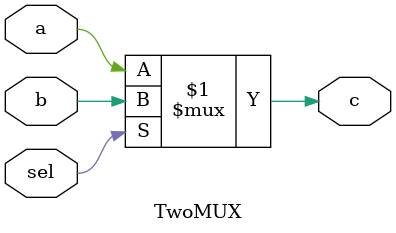
<source format=v>
`timescale 1ns / 1ps

module TwoMUX(
    input a, b, sel, output c
    );
    
    assign c = (sel) ? b : a;
endmodule

</source>
